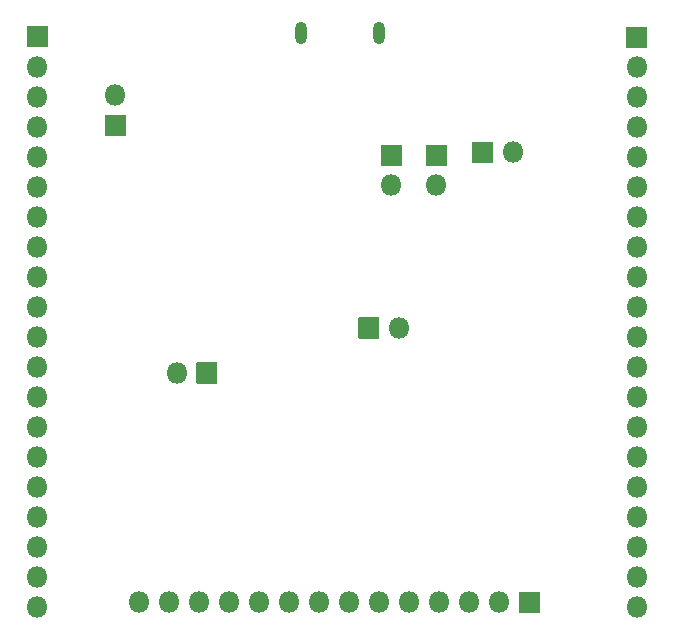
<source format=gbr>
G04 #@! TF.GenerationSoftware,KiCad,Pcbnew,(5.1.10-1-10_14)*
G04 #@! TF.CreationDate,2021-09-07T14:18:03-07:00*
G04 #@! TF.ProjectId,Caravel_pcb,43617261-7665-46c5-9f70-63622e6b6963,rev?*
G04 #@! TF.SameCoordinates,Original*
G04 #@! TF.FileFunction,Soldermask,Bot*
G04 #@! TF.FilePolarity,Negative*
%FSLAX46Y46*%
G04 Gerber Fmt 4.6, Leading zero omitted, Abs format (unit mm)*
G04 Created by KiCad (PCBNEW (5.1.10-1-10_14)) date 2021-09-07 14:18:03*
%MOMM*%
%LPD*%
G01*
G04 APERTURE LIST*
%ADD10O,1.802000X1.802000*%
%ADD11O,1.002000X1.902000*%
%ADD12C,0.602000*%
G04 APERTURE END LIST*
D10*
X118364000Y-123952000D03*
X120904000Y-123952000D03*
X123444000Y-123952000D03*
X125984000Y-123952000D03*
X128524000Y-123952000D03*
X131064000Y-123952000D03*
X133604000Y-123952000D03*
X136144000Y-123952000D03*
X138684000Y-123952000D03*
X141224000Y-123952000D03*
X143764000Y-123952000D03*
X146304000Y-123952000D03*
X148844000Y-123952000D03*
G36*
G01*
X150534000Y-123051000D02*
X152234000Y-123051000D01*
G75*
G02*
X152285000Y-123102000I0J-51000D01*
G01*
X152285000Y-124802000D01*
G75*
G02*
X152234000Y-124853000I-51000J0D01*
G01*
X150534000Y-124853000D01*
G75*
G02*
X150483000Y-124802000I0J51000D01*
G01*
X150483000Y-123102000D01*
G75*
G02*
X150534000Y-123051000I51000J0D01*
G01*
G37*
X160477200Y-124358400D03*
X160477200Y-121818400D03*
X160477200Y-119278400D03*
X160477200Y-116738400D03*
X160477200Y-114198400D03*
X160477200Y-111658400D03*
X160477200Y-109118400D03*
X160477200Y-106578400D03*
X160477200Y-104038400D03*
X160477200Y-101498400D03*
X160477200Y-98958400D03*
X160477200Y-96418400D03*
X160477200Y-93878400D03*
X160477200Y-91338400D03*
X160477200Y-88798400D03*
X160477200Y-86258400D03*
X160477200Y-83718400D03*
X160477200Y-81178400D03*
X160477200Y-78638400D03*
G36*
G01*
X159576200Y-76948400D02*
X159576200Y-75248400D01*
G75*
G02*
X159627200Y-75197400I51000J0D01*
G01*
X161327200Y-75197400D01*
G75*
G02*
X161378200Y-75248400I0J-51000D01*
G01*
X161378200Y-76948400D01*
G75*
G02*
X161327200Y-76999400I-51000J0D01*
G01*
X159627200Y-76999400D01*
G75*
G02*
X159576200Y-76948400I0J51000D01*
G01*
G37*
X109728000Y-124307600D03*
X109728000Y-121767600D03*
X109728000Y-119227600D03*
X109728000Y-116687600D03*
X109728000Y-114147600D03*
X109728000Y-111607600D03*
X109728000Y-109067600D03*
X109728000Y-106527600D03*
X109728000Y-103987600D03*
X109728000Y-101447600D03*
X109728000Y-98907600D03*
X109728000Y-96367600D03*
X109728000Y-93827600D03*
X109728000Y-91287600D03*
X109728000Y-88747600D03*
X109728000Y-86207600D03*
X109728000Y-83667600D03*
X109728000Y-81127600D03*
X109728000Y-78587600D03*
G36*
G01*
X108827000Y-76897600D02*
X108827000Y-75197600D01*
G75*
G02*
X108878000Y-75146600I51000J0D01*
G01*
X110578000Y-75146600D01*
G75*
G02*
X110629000Y-75197600I0J-51000D01*
G01*
X110629000Y-76897600D01*
G75*
G02*
X110578000Y-76948600I-51000J0D01*
G01*
X108878000Y-76948600D01*
G75*
G02*
X108827000Y-76897600I0J51000D01*
G01*
G37*
X121539000Y-104521000D03*
G36*
G01*
X123229000Y-103620000D02*
X124929000Y-103620000D01*
G75*
G02*
X124980000Y-103671000I0J-51000D01*
G01*
X124980000Y-105371000D01*
G75*
G02*
X124929000Y-105422000I-51000J0D01*
G01*
X123229000Y-105422000D01*
G75*
G02*
X123178000Y-105371000I0J51000D01*
G01*
X123178000Y-103671000D01*
G75*
G02*
X123229000Y-103620000I51000J0D01*
G01*
G37*
G36*
G01*
X138645000Y-101612000D02*
X136945000Y-101612000D01*
G75*
G02*
X136894000Y-101561000I0J51000D01*
G01*
X136894000Y-99861000D01*
G75*
G02*
X136945000Y-99810000I51000J0D01*
G01*
X138645000Y-99810000D01*
G75*
G02*
X138696000Y-99861000I0J-51000D01*
G01*
X138696000Y-101561000D01*
G75*
G02*
X138645000Y-101612000I-51000J0D01*
G01*
G37*
X140335000Y-100711000D03*
X143510000Y-88646000D03*
G36*
G01*
X142609000Y-86956000D02*
X142609000Y-85256000D01*
G75*
G02*
X142660000Y-85205000I51000J0D01*
G01*
X144360000Y-85205000D01*
G75*
G02*
X144411000Y-85256000I0J-51000D01*
G01*
X144411000Y-86956000D01*
G75*
G02*
X144360000Y-87007000I-51000J0D01*
G01*
X142660000Y-87007000D01*
G75*
G02*
X142609000Y-86956000I0J51000D01*
G01*
G37*
X139700000Y-88646000D03*
G36*
G01*
X138799000Y-86956000D02*
X138799000Y-85256000D01*
G75*
G02*
X138850000Y-85205000I51000J0D01*
G01*
X140550000Y-85205000D01*
G75*
G02*
X140601000Y-85256000I0J-51000D01*
G01*
X140601000Y-86956000D01*
G75*
G02*
X140550000Y-87007000I-51000J0D01*
G01*
X138850000Y-87007000D01*
G75*
G02*
X138799000Y-86956000I0J51000D01*
G01*
G37*
X149987000Y-85852000D03*
G36*
G01*
X148297000Y-86753000D02*
X146597000Y-86753000D01*
G75*
G02*
X146546000Y-86702000I0J51000D01*
G01*
X146546000Y-85002000D01*
G75*
G02*
X146597000Y-84951000I51000J0D01*
G01*
X148297000Y-84951000D01*
G75*
G02*
X148348000Y-85002000I0J-51000D01*
G01*
X148348000Y-86702000D01*
G75*
G02*
X148297000Y-86753000I-51000J0D01*
G01*
G37*
X116332000Y-81026000D03*
G36*
G01*
X117233000Y-82716000D02*
X117233000Y-84416000D01*
G75*
G02*
X117182000Y-84467000I-51000J0D01*
G01*
X115482000Y-84467000D01*
G75*
G02*
X115431000Y-84416000I0J51000D01*
G01*
X115431000Y-82716000D01*
G75*
G02*
X115482000Y-82665000I51000J0D01*
G01*
X117182000Y-82665000D01*
G75*
G02*
X117233000Y-82716000I0J-51000D01*
G01*
G37*
D11*
X132082000Y-75733935D03*
X138682000Y-75733935D03*
D12*
X132082000Y-75733935D03*
X138682000Y-75733935D03*
M02*

</source>
